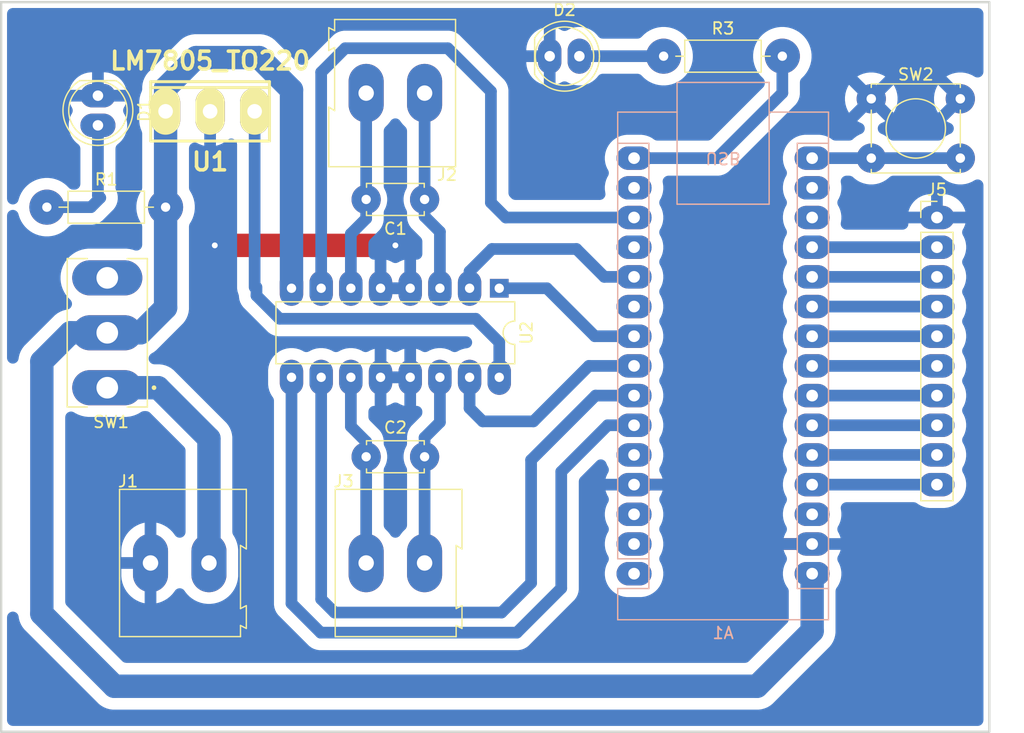
<source format=kicad_pcb>
(kicad_pcb (version 20241229) (generator "pcbnew") (generator_version "9.0")
  (layers (0 "F.Cu" signal) (2 "B.Cu" signal) (13 "F.Paste" user) (15 "B.Paste" user) (5 "F.SilkS" user "F.Silkscreen") (7 "B.SilkS" user "B.Silkscreen") (1 "F.Mask" user) (3 "B.Mask" user) (25 "Edge.Cuts" user))
  (net 0 "")
  (net 2 "5v_Arduino")
  (net 3 "Motor_A_2")
  (net 4 "Motor_B_1")
  (net 5 "Sensor_B")
  (net 7 "GND")
  (net 8 "Motor_A_1")
  (net 9 "Sensor_D")
  (net 10 "VCC")
  (net 11 "pwm_motor_B")
  (net 12 "pwm_motor_A")
  (net 15 "Sensor_A")
  (net 16 "Sensor_E")
  (net 17 "Sensor_C")
  (net 20 "Net-(D2-A)")
  (net 21 "Net-(J1-Pin_2)")
  (net 22 "Net-(J2-Pin_1)")
  (net 23 "Net-(J2-Pin_2)")
  (net 24 "Net-(J3-Pin_2)")
  (net 25 "Net-(J3-Pin_1)")
  (net 26 "+5V")
  (net 27 "Motor_B_2")
  (net 30 "Net-(A1-D12)")
  (net 31 "Sensor_H")
  (net 32 "Sensor_G")
  (net 33 "Sensor_F")
  (net 35 "Net-(D1-A)")
  (net 37 "Net-(A1-D13)")
  (footprint "TerminalBlock:TerminalBlock_Altech_AK300-2_P5.00mm" (layer "F.Cu") (at 99.5 87.05)
    (property "Reference" "J1" (at -1.92 -6.99 0) (layer "F.SilkS"))
    (property "Value" "ENTRADA")
    (fp_line (start -2.65 -6.3) (end -2.65 6.3) (stroke (width 0.12)) (layer "F.SilkS"))
    (fp_line (start -2.65 6.3) (end 7.7 6.3) (stroke (width 0.12)) (layer "F.SilkS"))
    (fp_line (start 7.7 -1.5) (end 8.2 -1.2) (stroke (width 0.12)) (layer "F.SilkS"))
    (fp_line (start 7.7 3.9) (end 7.7 -1.5) (stroke (width 0.12)) (layer "F.SilkS"))
    (fp_line (start 7.7 5.35) (end 8.2 5.6) (stroke (width 0.12)) (layer "F.SilkS"))
    (fp_line (start 7.7 6.3) (end 7.7 5.35) (stroke (width 0.12)) (layer "F.SilkS"))
    (fp_line (start 8.2 -6.3) (end -2.65 -6.3) (stroke (width 0.12)) (layer "F.SilkS"))
    (fp_line (start 8.2 -1.2) (end 8.2 -6.3) (stroke (width 0.12)) (layer "F.SilkS"))
    (fp_line (start 8.2 3.65) (end 7.7 3.9) (stroke (width 0.12)) (layer "F.SilkS"))
    (fp_line (start 8.2 3.7) (end 8.2 3.65) (stroke (width 0.12)) (layer "F.SilkS"))
    (fp_line (start 8.2 5.6) (end 8.2 3.7) (stroke (width 0.12)) (layer "F.SilkS"))
    (pad "1" thru_hole oval (at 0 0) (size 3 5) (drill 1.32) (layers "*.Cu" "*.Mask") (net 7 "GND"))
    (pad "2" thru_hole oval (at 5 0) (size 3 5) (drill 1.32) (layers "*.Cu" "*.Mask") (net 21 "Net-(J1-Pin_2)"))
  )
  (footprint "100SP1T1B4M2QE:SW_100SP1T1B4M2QE" (layer "F.Cu") (at 95.8 67.35 180)
    (property "Reference" "SW1" (at -0.325 -7.635 0) (layer "F.SilkS"))
    (property "Value" "SW_DE_ARRANQUE")
    (fp_line (start 3.43 6.35) (end 1.71 6.35) (stroke (width 0.127)) (layer "F.SilkS"))
    (fp_line (start 3.43 -6.35) (end 3.43 6.35) (stroke (width 0.127)) (layer "F.SilkS"))
    (fp_line (start 3.43 -6.35) (end 1.71 -6.35) (stroke (width 0.127)) (layer "F.SilkS"))
    (fp_line (start -1.71 6.35) (end -3.43 6.35) (stroke (width 0.127)) (layer "F.SilkS"))
    (fp_line (start -1.71 -6.35) (end -3.43 -6.35) (stroke (width 0.127)) (layer "F.SilkS"))
    (fp_line (start -3.43 6.35) (end -3.43 -6.35) (stroke (width 0.127)) (layer "F.SilkS"))
    (fp_circle (center -4 -4.7) (end -3.9 -4.7) (stroke (width 0.2)) (fill no) (layer "F.SilkS"))
    (pad "1" thru_hole oval (at 0 -4.7 180) (size 6 3) (drill 1.85) (layers "*.Cu" "*.Mask") (net 21 "Net-(J1-Pin_2)"))
    (pad "2" thru_hole oval (at 0 0 180) (size 6 3) (drill 1.85) (layers "*.Cu" "*.Mask") (net 10 "VCC"))
    (pad "3" thru_hole oval (at 0 4.7 180) (size 6 3) (drill 1.85) (layers "*.Cu" "*.Mask"))
  )
  (footprint "LED_THT:LED_D5.0mm_IRGrey" (layer "F.Cu") (at 95 47.06 -90)
    (property "Reference" "D1" (at 1.27 -3.96 90) (layer "F.SilkS"))
    (property "Value" "LED")
    (fp_line (start -1.29 -1.545) (end -1.29 1.545) (stroke (width 0.12)) (layer "F.SilkS"))
    (fp_arc (start 4.26 -0.000462) (mid 2.072002 2.880433) (end -1.29 1.54483) (stroke (width 0.12)) (layer "F.SilkS"))
    (fp_arc (start -1.29 -1.54483) (mid 2.072002 -2.880433) (end 4.26 0.000462) (stroke (width 0.12)) (layer "F.SilkS"))
    (fp_circle (center 1.27 0) (end 3.77 0) (stroke (width 0.12)) (fill no) (layer "F.SilkS"))
    (pad "1" thru_hole oval (at 0 0 270) (size 2 3) (drill 0.9) (layers "*.Cu" "*.Mask") (net 7 "GND"))
    (pad "2" thru_hole oval (at 2.54 0 270) (size 2 3) (drill 0.9) (layers "*.Cu" "*.Mask") (net 35 "Net-(D1-A)"))
  )
  (footprint "Resistor_THT:R_Axial_DIN0207_L6.3mm_D2.5mm_P10.16mm_Horizontal" (layer "F.Cu") (at 143.41 43.68)
    (property "Reference" "R3" (at 5.08 -2.37 0) (layer "F.SilkS"))
    (property "Value" "R")
    (fp_line (start 1.04 0) (end 1.81 0) (stroke (width 0.12)) (layer "F.SilkS"))
    (fp_line (start 9.12 0) (end 8.35 0) (stroke (width 0.12)) (layer "F.SilkS"))
    (fp_rect (start 1.81 -1.37) (end 8.35 1.37) (stroke (width 0.12)) (fill no) (layer "F.SilkS"))
    (pad "1" thru_hole oval (at 0 0) (size 3 3) (drill 0.8) (layers "*.Cu" "*.Mask") (net 20 "Net-(D2-A)"))
    (pad "2" thru_hole oval (at 10.16 0) (size 3 3) (drill 0.8) (layers "*.Cu" "*.Mask") (net 30 "Net-(A1-D12)"))
  )
  (footprint "Button_Switch_THT:SW_Tactile_Straight_KSA0Axx1LFTR" (layer "F.Cu") (at 161.18 47.325)
    (property "Reference" "SW2" (at 3.81 -2.08 0) (layer "F.SilkS"))
    (property "Value" "SW_DE_ARRANQUE")
    (fp_line (start 0 -1.27) (end 0 -0.97) (stroke (width 0.12)) (layer "F.SilkS"))
    (fp_line (start 0 -1.27) (end 7.62 -1.27) (stroke (width 0.12)) (layer "F.SilkS"))
    (fp_line (start 0 0.97) (end 0 4.11) (stroke (width 0.12)) (layer "F.SilkS"))
    (fp_line (start 0 6.05) (end 0 6.35) (stroke (width 0.12)) (layer "F.SilkS"))
    (fp_line (start 7.62 -1.27) (end 7.62 -0.97) (stroke (width 0.12)) (layer "F.SilkS"))
    (fp_line (start 7.62 0.97) (end 7.62 4.11) (stroke (width 0.12)) (layer "F.SilkS"))
    (fp_line (start 7.62 6.05) (end 7.62 6.35) (stroke (width 0.12)) (layer "F.SilkS"))
    (fp_line (start 7.62 6.35) (end 0 6.35) (stroke (width 0.12)) (layer "F.SilkS"))
    (fp_circle (center 3.81 2.54) (end 3.81 0) (stroke (width 0.12)) (fill no) (layer "F.SilkS"))
    (pad "1" thru_hole circle (at 0 0) (size 2.5 2.5) (drill 0.8128) (layers "*.Cu" "*.Mask") (net 7 "GND"))
    (pad "1" thru_hole circle (at 7.62 0) (size 2.5 2.5) (drill 0.8128) (layers "*.Cu" "*.Mask") (net 7 "GND"))
    (pad "2" thru_hole circle (at 0 5.08) (size 2.5 2.5) (drill 0.8128) (layers "*.Cu" "*.Mask") (net 37 "Net-(A1-D13)"))
    (pad "2" thru_hole circle (at 7.62 5.08) (size 2.5 2.5) (drill 0.8128) (layers "*.Cu" "*.Mask") (net 37 "Net-(A1-D13)"))
  )
  (footprint "LED_THT:LED_D5.0mm_IRGrey" (layer "F.Cu") (at 133.66 43.68)
    (property "Reference" "D2" (at 1.27 -3.96 0) (layer "F.SilkS"))
    (property "Value" "LED")
    (fp_line (start -1.29 -1.545) (end -1.29 1.545) (stroke (width 0.12)) (layer "F.SilkS"))
    (fp_arc (start -1.29 -1.54483) (mid 2.071779 -2.880495) (end 4.26 0) (stroke (width 0.12)) (layer "F.SilkS"))
    (fp_arc (start 4.26 0) (mid 2.071779 2.880495) (end -1.29 1.54483) (stroke (width 0.12)) (layer "F.SilkS"))
    (fp_circle (center 1.27 0) (end 3.77 0) (stroke (width 0.12)) (fill no) (layer "F.SilkS"))
    (pad "1" thru_hole oval (at 0 0) (size 2 3) (drill 0.9) (layers "*.Cu" "*.Mask") (net 7 "GND"))
    (pad "2" thru_hole oval (at 2.54 0) (size 2 3) (drill 0.9) (layers "*.Cu" "*.Mask") (net 20 "Net-(D2-A)"))
  )
  (footprint "TerminalBlock:TerminalBlock_Altech_AK300-2_P5.00mm" (layer "F.Cu") (at 122.955 46.84 180)
    (property "Reference" "J2" (at -1.92 -6.99 0) (layer "F.SilkS"))
    (property "Value" "BORNERA_MOTOR_A")
    (fp_line (start 8.2 5.6) (end 8.2 3.7) (stroke (width 0.12)) (layer "F.SilkS"))
    (fp_line (start 8.2 3.7) (end 8.2 3.65) (stroke (width 0.12)) (layer "F.SilkS"))
    (fp_line (start 8.2 3.65) (end 7.7 3.9) (stroke (width 0.12)) (layer "F.SilkS"))
    (fp_line (start 8.2 -1.2) (end 8.2 -6.3) (stroke (width 0.12)) (layer "F.SilkS"))
    (fp_line (start 8.2 -6.3) (end -2.65 -6.3) (stroke (width 0.12)) (layer "F.SilkS"))
    (fp_line (start 7.7 6.3) (end 7.7 5.35) (stroke (width 0.12)) (layer "F.SilkS"))
    (fp_line (start 7.7 5.35) (end 8.2 5.6) (stroke (width 0.12)) (layer "F.SilkS"))
    (fp_line (start 7.7 3.9) (end 7.7 -1.5) (stroke (width 0.12)) (layer "F.SilkS"))
    (fp_line (start 7.7 -1.5) (end 8.2 -1.2) (stroke (width 0.12)) (layer "F.SilkS"))
    (fp_line (start -2.65 6.3) (end 7.7 6.3) (stroke (width 0.12)) (layer "F.SilkS"))
    (fp_line (start -2.65 -6.3) (end -2.65 6.3) (stroke (width 0.12)) (layer "F.SilkS"))
    (pad "1" thru_hole oval (at 0 0 180) (size 3 5) (drill 1.32) (layers "*.Cu" "*.Mask") (net 22 "Net-(J2-Pin_1)"))
    (pad "2" thru_hole oval (at 5 0 180) (size 3 5) (drill 1.32) (layers "*.Cu" "*.Mask") (net 23 "Net-(J2-Pin_2)"))
  )
  (footprint "Capacitor_THT:C_Disc_D4.7mm_W2.5mm_P5.00mm" (layer "F.Cu") (at 122.955 55.94 180)
    (property "Reference" "C1" (at 2.5 -2.5 0) (layer "F.SilkS"))
    (property "Value" "C")
    (fp_line (start 4.97 1.04) (end 4.97 1.37) (stroke (width 0.12)) (layer "F.SilkS"))
    (fp_line (start 4.97 -1.37) (end 4.97 -1.04) (stroke (width 0.12)) (layer "F.SilkS"))
    (fp_line (start 0.03 1.37) (end 4.97 1.37) (stroke (width 0.12)) (layer "F.SilkS"))
    (fp_line (start 0.03 1.04) (end 0.03 1.37) (stroke (width 0.12)) (layer "F.SilkS"))
    (fp_line (start 0.03 -1.37) (end 4.97 -1.37) (stroke (width 0.12)) (layer "F.SilkS"))
    (fp_line (start 0.03 -1.37) (end 0.03 -1.04) (stroke (width 0.12)) (layer "F.SilkS"))
    (pad "1" thru_hole circle (at 0 0 180) (size 2.5 2.5) (drill 0.8) (layers "*.Cu" "*.Mask") (net 22 "Net-(J2-Pin_1)"))
    (pad "2" thru_hole circle (at 5 0 180) (size 2.5 2.5) (drill 0.8) (layers "*.Cu" "*.Mask") (net 23 "Net-(J2-Pin_2)"))
  )
  (footprint "Resistor_THT:R_Axial_DIN0207_L6.3mm_D2.5mm_P10.16mm_Horizontal" (layer "F.Cu") (at 90.63 56.6)
    (property "Reference" "R1" (at 5.08 -2.37 0) (layer "F.SilkS"))
    (property "Value" "R")
    (fp_line (start 1.04 0) (end 1.81 0) (stroke (width 0.12)) (layer "F.SilkS"))
    (fp_line (start 1.81 -1.37) (end 1.81 1.37) (stroke (width 0.12)) (layer "F.SilkS"))
    (fp_line (start 1.81 1.37) (end 8.35 1.37) (stroke (width 0.12)) (layer "F.SilkS"))
    (fp_line (start 8.35 -1.37) (end 1.81 -1.37) (stroke (width 0.12)) (layer "F.SilkS"))
    (fp_line (start 8.35 1.37) (end 8.35 -1.37) (stroke (width 0.12)) (layer "F.SilkS"))
    (fp_line (start 9.12 0) (end 8.35 0) (stroke (width 0.12)) (layer "F.SilkS"))
    (pad "1" thru_hole oval (at 0 0) (size 3 3) (drill 0.8) (layers "*.Cu" "*.Mask") (net 35 "Net-(D1-A)"))
    (pad "2" thru_hole oval (at 10.16 0) (size 3 3) (drill 0.8) (layers "*.Cu" "*.Mask") (net 10 "VCC"))
  )
  (footprint "Connector_PinHeader_2.54mm:PinHeader_1x10_P2.54mm_Vertical" (layer "F.Cu") (at 166.8 57.485)
    (property "Reference" "J5" (at 0 -2.38 0) (layer "F.SilkS"))
    (property "Value" "SENSORES_DE_PISO")
    (fp_line (start -1.38 -1.38) (end 0 -1.38) (stroke (width 0.12)) (layer "F.SilkS"))
    (fp_line (start -1.38 0) (end -1.38 -1.38) (stroke (width 0.12)) (layer "F.SilkS"))
    (fp_line (start -1.38 1.27) (end -1.38 24.24) (stroke (width 0.12)) (layer "F.SilkS"))
    (fp_line (start -1.38 1.27) (end 1.38 1.27) (stroke (width 0.12)) (layer "F.SilkS"))
    (fp_line (start -1.38 24.24) (end 1.38 24.24) (stroke (width 0.12)) (layer "F.SilkS"))
    (fp_line (start 1.38 1.27) (end 1.38 24.24) (stroke (width 0.12)) (layer "F.SilkS"))
    (pad "1" thru_hole oval (at 0 0) (size 3 2) (drill 1) (layers "*.Cu" "*.Mask") (net 7 "GND"))
    (pad "2" thru_hole oval (at 0 2.54) (size 3 2) (drill 1) (layers "*.Cu" "*.Mask") (net 15 "Sensor_A"))
    (pad "3" thru_hole oval (at 0 5.08) (size 3 2) (drill 1) (layers "*.Cu" "*.Mask") (net 5 "Sensor_B"))
    (pad "4" thru_hole oval (at 0 7.62) (size 3 2) (drill 1) (layers "*.Cu" "*.Mask") (net 17 "Sensor_C"))
    (pad "5" thru_hole oval (at 0 10.16) (size 3 2) (drill 1) (layers "*.Cu" "*.Mask") (net 9 "Sensor_D"))
    (pad "6" thru_hole oval (at 0 12.7) (size 3 2) (drill 1) (layers "*.Cu" "*.Mask") (net 16 "Sensor_E"))
    (pad "7" thru_hole oval (at 0 15.24) (size 3 2) (drill 1) (layers "*.Cu" "*.Mask") (net 33 "Sensor_F"))
    (pad "8" thru_hole oval (at 0 17.78) (size 3 2) (drill 1) (layers "*.Cu" "*.Mask") (net 32 "Sensor_G"))
    (pad "9" thru_hole oval (at 0 20.32) (size 3 2) (drill 1) (layers "*.Cu" "*.Mask") (net 31 "Sensor_H"))
    (pad "10" thru_hole oval (at 0 22.86) (size 3 2) (drill 1) (layers "*.Cu" "*.Mask") (net 2 "5v_Arduino"))
  )
  (footprint "Package_DIP:DIP-16_W7.62mm" (layer "F.Cu") (at 129.345 63.54 -90)
    (property "Reference" "U2" (at 3.81 -2.33 90) (layer "F.SilkS"))
    (property "Value" "INTEGRADO_L293D")
    (fp_line (start 1.16 19.11) (end 6.46 19.11) (stroke (width 0.12)) (layer "F.SilkS"))
    (fp_line (start 6.46 19.11) (end 6.46 -1.33) (stroke (width 0.12)) (layer "F.SilkS"))
    (fp_line (start 1.16 -1.33) (end 1.16 19.11) (stroke (width 0.12)) (layer "F.SilkS"))
    (fp_line (start 2.81 -1.33) (end 1.16 -1.33) (stroke (width 0.12)) (layer "F.SilkS"))
    (fp_line (start 6.46 -1.33) (end 4.81 -1.33) (stroke (width 0.12)) (layer "F.SilkS"))
    (fp_arc (start 4.81 -1.33) (mid 3.81 -0.33) (end 2.81 -1.33) (stroke (width 0.12)) (layer "F.SilkS"))
    (pad "1" thru_hole rect (at 0 0 270) (size 1.6 1.6) (drill 0.8) (layers "*.Cu" "*.Mask") (net 12 "pwm_motor_A"))
    (pad "2" thru_hole oval (at 0 2.54 270) (size 3 2) (drill 0.8) (layers "*.Cu" "*.Mask") (net 8 "Motor_A_1"))
    (pad "3" thru_hole oval (at 0 5.08 270) (size 3 2) (drill 0.8) (layers "*.Cu" "*.Mask") (net 22 "Net-(J2-Pin_1)"))
    (pad "4" thru_hole oval (at 0 7.62 270) (size 3 2) (drill 0.8) (layers "*.Cu" "*.Mask") (net 7 "GND"))
    (pad "5" thru_hole oval (at 0 10.16 270) (size 3 2) (drill 0.8) (layers "*.Cu" "*.Mask") (net 7 "GND"))
    (pad "6" thru_hole oval (at 0 12.7 270) (size 3 2) (drill 0.8) (layers "*.Cu" "*.Mask") (net 23 "Net-(J2-Pin_2)"))
    (pad "7" thru_hole oval (at 0 15.24 270) (size 3 2) (drill 0.8) (layers "*.Cu" "*.Mask") (net 3 "Motor_A_2"))
    (pad "8" thru_hole oval (at 0 17.78 270) (size 3 2) (drill 0.8) (layers "*.Cu" "*.Mask") (net 10 "VCC"))
    (pad "9" thru_hole oval (at 7.62 17.78 270) (size 3 2) (drill 0.8) (layers "*.Cu" "*.Mask") (net 11 "pwm_motor_B"))
    (pad "10" thru_hole oval (at 7.62 15.24 270) (size 3 2) (drill 0.8) (layers "*.Cu" "*.Mask") (net 4 "Motor_B_1"))
    (pad "11" thru_hole oval (at 7.62 12.7 270) (size 3 2) (drill 0.8) (layers "*.Cu" "*.Mask") (net 25 "Net-(J3-Pin_1)"))
    (pad "12" thru_hole oval (at 7.62 10.16 270) (size 3 2) (drill 0.8) (layers "*.Cu" "*.Mask") (net 7 "GND"))
    (pad "13" thru_hole oval (at 7.62 7.62 270) (size 3 2) (drill 0.8) (layers "*.Cu" "*.Mask") (net 7 "GND"))
    (pad "14" thru_hole oval (at 7.62 5.08 270) (size 3 2) (drill 0.8) (layers "*.Cu" "*.Mask") (net 24 "Net-(J3-Pin_2)"))
    (pad "15" thru_hole oval (at 7.62 2.54 270) (size 3 2) (drill 0.8) (layers "*.Cu" "*.Mask") (net 27 "Motor_B_2"))
    (pad "16" thru_hole oval (at 7.62 0 270) (size 3 2) (drill 0.8) (layers "*.Cu" "*.Mask") (net 26 "+5V"))
  )
  (footprint "EESTN5:TO-220-2" (layer "F.Cu") (at 104.6 48.4)
    (property "Reference" "U1" (at 0 4.318 0) (layer "F.SilkS") (effects (font (size 1.524 1.524) (thickness 0.3048))))
    (property "Value" "LM7805_TO220" (at 0 -4.318 0) (layer "F.SilkS") (effects (font (size 1.524 1.524) (thickness 0.3048))))
    (fp_line (start -5.08 -2.54) (end -5.08 -1.27) (stroke (width 0.254)) (layer "F.SilkS"))
    (fp_line (start -5.08 -2.032) (end 5.08 -2.032) (stroke (width 0.254)) (layer "F.SilkS"))
    (fp_line (start -5.08 -1.27) (end -5.08 2.54) (stroke (width 0.254)) (layer "F.SilkS"))
    (fp_line (start -5.08 2.54) (end 5.08 2.54) (stroke (width 0.254)) (layer "F.SilkS"))
    (fp_line (start 5.08 -2.54) (end -5.08 -2.54) (stroke (width 0.254)) (layer "F.SilkS"))
    (fp_line (start 5.08 2.54) (end 5.08 -2.54) (stroke (width 0.254)) (layer "F.SilkS"))
    (pad "1" thru_hole oval (at -3.81 0) (size 2.5 4) (drill 1.24968) (layers "*.Cu" "*.Mask" "F.SilkS") (net 10 "VCC"))
    (pad "2" thru_hole oval (at 0 0) (size 2.5 4) (drill 1.24968) (layers "*.Cu" "*.Mask" "F.SilkS") (net 7 "GND"))
    (pad "3" thru_hole oval (at 3.81 0) (size 2.5 4) (drill 1.24968) (layers "*.Cu" "*.Mask" "F.SilkS") (net 26 "+5V"))
  )
  (footprint "TerminalBlock:TerminalBlock_Altech_AK300-2_P5.00mm" (layer "F.Cu") (at 117.955 87.05)
    (property "Reference" "J3" (at -1.92 -6.99 0) (layer "F.SilkS"))
    (property "Value" "BORNERA_MOTOR_B")
    (fp_line (start -2.65 -6.3) (end -2.65 6.3) (stroke (width 0.12)) (layer "F.SilkS"))
    (fp_line (start -2.65 6.3) (end 7.7 6.3) (stroke (width 0.12)) (layer "F.SilkS"))
    (fp_line (start 7.7 -1.5) (end 8.2 -1.2) (stroke (width 0.12)) (layer "F.SilkS"))
    (fp_line (start 7.7 3.9) (end 7.7 -1.5) (stroke (width 0.12)) (layer "F.SilkS"))
    (fp_line (start 7.7 5.35) (end 8.2 5.6) (stroke (width 0.12)) (layer "F.SilkS"))
    (fp_line (start 7.7 6.3) (end 7.7 5.35) (stroke (width 0.12)) (layer "F.SilkS"))
    (fp_line (start 8.2 -6.3) (end -2.65 -6.3) (stroke (width 0.12)) (layer "F.SilkS"))
    (fp_line (start 8.2 -1.2) (end 8.2 -6.3) (stroke (width 0.12)) (layer "F.SilkS"))
    (fp_line (start 8.2 3.65) (end 7.7 3.9) (stroke (width 0.12)) (layer "F.SilkS"))
    (fp_line (start 8.2 3.7) (end 8.2 3.65) (stroke (width 0.12)) (layer "F.SilkS"))
    (fp_line (start 8.2 5.6) (end 8.2 3.7) (stroke (width 0.12)) (layer "F.SilkS"))
    (pad "1" thru_hole oval (at 0 0) (size 3 5) (drill 1.32) (layers "*.Cu" "*.Mask") (net 25 "Net-(J3-Pin_1)"))
    (pad "2" thru_hole oval (at 5 0) (size 3 5) (drill 1.32) (layers "*.Cu" "*.Mask") (net 24 "Net-(J3-Pin_2)"))
  )
  (footprint "Capacitor_THT:C_Disc_D4.7mm_W2.5mm_P5.00mm" (layer "F.Cu") (at 117.955 77.96)
    (property "Reference" "C2" (at 2.5 -2.5 0) (layer "F.SilkS"))
    (property "Value" "C")
    (fp_line (start 0.03 -1.37) (end 0.03 -1.04) (stroke (width 0.12)) (layer "F.SilkS"))
    (fp_line (start 0.03 -1.37) (end 4.97 -1.37) (stroke (width 0.12)) (layer "F.SilkS"))
    (fp_line (start 0.03 1.04) (end 0.03 1.37) (stroke (width 0.12)) (layer "F.SilkS"))
    (fp_line (start 0.03 1.37) (end 4.97 1.37) (stroke (width 0.12)) (layer "F.SilkS"))
    (fp_line (start 4.97 -1.37) (end 4.97 -1.04) (stroke (width 0.12)) (layer "F.SilkS"))
    (fp_line (start 4.97 1.04) (end 4.97 1.37) (stroke (width 0.12)) (layer "F.SilkS"))
    (pad "1" thru_hole circle (at 0 0) (size 2.5 2.5) (drill 0.8) (layers "*.Cu" "*.Mask") (net 25 "Net-(J3-Pin_1)"))
    (pad "2" thru_hole circle (at 5 0) (size 2.5 2.5) (drill 0.8) (layers "*.Cu" "*.Mask") (net 24 "Net-(J3-Pin_2)"))
  )
  (footprint "Module:Arduino_Nano" (layer "B.Cu") (at 140.88 87.965)
    (property "Reference" "A1" (at 7.62 5.08 0) (layer "B.SilkS") (effects (justify mirror)))
    (property "Value" "ARDUINO_NANO")
    (fp_line (start -1.4 -39.5) (end 3.68 -39.5) (stroke (width 0.12)) (layer "B.SilkS"))
    (fp_line (start -1.4 -1.27) (end -1.4 -39.5) (stroke (width 0.12)) (layer "B.SilkS"))
    (fp_line (start -1.4 3.94) (end -1.4 1.27) (stroke (width 0.12)) (layer "B.SilkS"))
    (fp_line (start 1.27 -36.83) (end -1.4 -36.83) (stroke (width 0.12)) (layer "B.SilkS"))
    (fp_line (start 1.27 -1.27) (end -1.4 -1.27) (stroke (width 0.12)) (layer "B.SilkS"))
    (fp_line (start 1.27 -1.27) (end 1.27 -36.83) (stroke (width 0.12)) (layer "B.SilkS"))
    (fp_line (start 1.27 -1.27) (end 1.27 1.27) (stroke (width 0.12)) (layer "B.SilkS"))
    (fp_line (start 1.27 1.27) (end -1.4 1.27) (stroke (width 0.12)) (layer "B.SilkS"))
    (fp_line (start 3.68 -42.04) (end 3.68 -31.62) (stroke (width 0.12)) (layer "B.SilkS"))
    (fp_line (start 3.68 -31.62) (end 11.56 -31.62) (stroke (width 0.12)) (layer "B.SilkS"))
    (fp_line (start 11.56 -42.04) (end 3.68 -42.04) (stroke (width 0.12)) (layer "B.SilkS"))
    (fp_line (start 11.56 -31.62) (end 11.56 -42.04) (stroke (width 0.12)) (layer "B.SilkS"))
    (fp_line (start 13.97 -36.83) (end 16.64 -36.83) (stroke (width 0.12)) (layer "B.SilkS"))
    (fp_line (start 13.97 1.27) (end 13.97 -36.83) (stroke (width 0.12)) (layer "B.SilkS"))
    (fp_line (start 13.97 1.27) (end 16.64 1.27) (stroke (width 0.12)) (layer "B.SilkS"))
    (fp_line (start 16.64 -39.5) (end 11.56 -39.5) (stroke (width 0.12)) (layer "B.SilkS"))
    (fp_line (start 16.64 -39.5) (end 16.64 3.94) (stroke (width 0.12)) (layer "B.SilkS"))
    (fp_line (start 16.64 3.94) (end -1.4 3.94) (stroke (width 0.12)) (layer "B.SilkS"))
    (fp_text user "USB" (at 7.62 -35.56 180) (layer "B.SilkS") (effects (justify mirror)))
    (pad "1" thru_hole oval (at 0 0) (size 3 2) (drill 1) (layers "*.Cu" "*.Mask"))
    (pad "2" thru_hole oval (at 0 -2.54) (size 3 2) (drill 1) (layers "*.Cu" "*.Mask"))
    (pad "3" thru_hole oval (at 0 -5.08) (size 3 2) (drill 1) (layers "*.Cu" "*.Mask"))
    (pad "4" thru_hole oval (at 0 -7.62) (size 3 2) (drill 1) (layers "*.Cu" "*.Mask") (net 7 "GND"))
    (pad "5" thru_hole oval (at 0 -10.16) (size 3 2) (drill 1) (layers "*.Cu" "*.Mask"))
    (pad "6" thru_hole oval (at 0 -12.7) (size 3 2) (drill 1) (layers "*.Cu" "*.Mask") (net 11 "pwm_motor_B"))
    (pad "7" thru_hole oval (at 0 -15.24) (size 3 2) (drill 1) (layers "*.Cu" "*.Mask") (net 4 "Motor_B_1"))
    (pad "8" thru_hole oval (at 0 -17.78) (size 3 2) (drill 1) (layers "*.Cu" "*.Mask") (net 27 "Motor_B_2"))
    (pad "9" thru_hole oval (at 0 -20.32) (size 3 2) (drill 1) (layers "*.Cu" "*.Mask") (net 12 "pwm_motor_A"))
    (pad "10" thru_hole oval (at 0 -22.86) (size 3 2) (drill 1) (layers "*.Cu" "*.Mask"))
    (pad "11" thru_hole oval (at 0 -25.4) (size 3 2) (drill 1) (layers "*.Cu" "*.Mask") (net 8 "Motor_A_1"))
    (pad "12" thru_hole oval (at 0 -27.94) (size 3 2) (drill 1) (layers "*.Cu" "*.Mask"))
    (pad "13" thru_hole oval (at 0 -30.48) (size 3 2) (drill 1) (layers "*.Cu" "*.Mask") (net 3 "Motor_A_2"))
    (pad "14" thru_hole oval (at 0 -33.02) (size 3 2) (drill 1) (layers "*.Cu" "*.Mask"))
    (pad "15" thru_hole oval (at 0 -35.56) (size 3 2) (drill 1) (layers "*.Cu" "*.Mask") (net 30 "Net-(A1-D12)"))
    (pad "16" thru_hole oval (at 15.24 -35.56) (size 3 2) (drill 1) (layers "*.Cu" "*.Mask") (net 37 "Net-(A1-D13)"))
    (pad "17" thru_hole oval (at 15.24 -33.02) (size 3 2) (drill 1) (layers "*.Cu" "*.Mask"))
    (pad "18" thru_hole oval (at 15.24 -30.48) (size 3 2) (drill 1) (layers "*.Cu" "*.Mask"))
    (pad "19" thru_hole oval (at 15.24 -27.94) (size 3 2) (drill 1) (layers "*.Cu" "*.Mask") (net 15 "Sensor_A"))
    (pad "20" thru_hole oval (at 15.24 -25.4) (size 3 2) (drill 1) (layers "*.Cu" "*.Mask") (net 5 "Sensor_B"))
    (pad "21" thru_hole oval (at 15.24 -22.86) (size 3 2) (drill 1) (layers "*.Cu" "*.Mask") (net 17 "Sensor_C"))
    (pad "22" thru_hole oval (at 15.24 -20.32) (size 3 2) (drill 1) (layers "*.Cu" "*.Mask") (net 9 "Sensor_D"))
    (pad "23" thru_hole oval (at 15.24 -17.78) (size 3 2) (drill 1) (layers "*.Cu" "*.Mask") (net 16 "Sensor_E"))
    (pad "24" thru_hole oval (at 15.24 -15.24) (size 3 2) (drill 1) (layers "*.Cu" "*.Mask") (net 33 "Sensor_F"))
    (pad "25" thru_hole oval (at 15.24 -12.7) (size 3 2) (drill 1) (layers "*.Cu" "*.Mask") (net 32 "Sensor_G"))
    (pad "26" thru_hole oval (at 15.24 -10.16) (size 3 2) (drill 1) (layers "*.Cu" "*.Mask") (net 31 "Sensor_H"))
    (pad "27" thru_hole oval (at 15.24 -7.62) (size 3 2) (drill 1) (layers "*.Cu" "*.Mask") (net 2 "5v_Arduino"))
    (pad "28" thru_hole oval (at 15.24 -5.08) (size 3 2) (drill 1) (layers "*.Cu" "*.Mask"))
    (pad "29" thru_hole oval (at 15.24 -2.54) (size 3 2) (drill 1) (layers "*.Cu" "*.Mask") (net 7 "GND"))
    (pad "30" thru_hole oval (at 15.24 0) (size 3 2) (drill 1) (layers "*.Cu" "*.Mask") (net 10 "VCC"))
  )
  (gr_rect (start 86.72 39.055) (end 171.28 101.495) (stroke (width 0.2)) (fill no) (layer "Edge.Cuts"))
  (segment (start 166.8 80.345) (end 156.12 80.345) (width 1) (layer "B.Cu") (net 2))
  (segment (start 129.905 57.485) (end 128.63 56.21) (width 1) (layer "B.Cu") (net 3))
  (segment (start 140.88 57.485) (end 129.905 57.485) (width 1) (layer "B.Cu") (net 3))
  (segment (start 124.94 43) (end 116.16 43) (width 1) (layer "B.Cu") (net 3))
  (segment (start 128.63 56.21) (end 128.63 46.69) (width 1) (layer "B.Cu") (net 3))
  (segment (start 116.16 43) (end 114.105 45.055) (width 1) (layer "B.Cu") (net 3))
  (segment (start 114.105 45.055) (end 114.105 63.54) (width 1) (layer "B.Cu") (net 3))
  (segment (start 128.63 46.69) (end 124.94 43) (width 1) (layer "B.Cu") (net 3))
  (segment (start 132.07 78.24) (end 137.585 72.725) (width 1) (layer "B.Cu") (net 4))
  (segment (start 114.105 90.145) (end 115.25 91.29) (width 1) (layer "B.Cu") (net 4))
  (segment (start 129.54 91.29) (end 132.07 88.76) (width 1) (layer "B.Cu") (net 4))
  (segment (start 115.25 91.29) (end 129.54 91.29) (width 1) (layer "B.Cu") (net 4))
  (segment (start 114.105 71.16) (end 114.105 90.145) (width 1) (layer "B.Cu") (net 4))
  (segment (start 137.585 72.725) (end 140.88 72.725) (width 1) (layer "B.Cu") (net 4))
  (segment (start 132.07 88.76) (end 132.07 78.24) (width 1) (layer "B.Cu") (net 4))
  (segment (start 156.12 62.565) (end 166.8 62.565) (width 1) (layer "B.Cu") (net 5))
  (segment (start 156.12 85.425) (end 149.325 85.425) (width 1) (layer "F.Cu") (net 7))
  (segment (start 144.245 80.345) (end 140.88 80.345) (width 1) (layer "F.Cu") (net 7))
  (segment (start 149.325 85.425) (end 144.245 80.345) (width 1) (layer "F.Cu") (net 7))
  (segment (start 105 59.87) (end 120.455 59.87) (width 2) (layer "F.Cu") (net 7))
  (via (at 105 59.87) (size 2) (drill 0.5) (layers "F.Cu" "B.Cu") (net 7))
  (via (at 120.455 59.87) (size 2) (drill 0.5) (layers "F.Cu" "B.Cu") (net 7))
  (segment (start 121.725 63.54) (end 119.185 63.54) (width 1) (layer "B.Cu") (net 7))
  (segment (start 119.185 71.16) (end 121.725 71.16) (width 1) (layer "B.Cu") (net 7))
  (segment (start 128.72 60.18) (end 135.95 60.18) (width 1) (layer "B.Cu") (net 8))
  (segment (start 126.805 62.095) (end 128.72 60.18) (width 1) (layer "B.Cu") (net 8))
  (segment (start 135.95 60.18) (end 138.335 62.565) (width 1) (layer "B.Cu") (net 8))
  (segment (start 138.335 62.565) (end 140.88 62.565) (width 1) (layer "B.Cu") (net 8))
  (segment (start 126.805 63.54) (end 126.805 62.095) (width 1) (layer "B.Cu") (net 8))
  (segment (start 156.12 67.645) (end 166.8 67.645) (width 1) (layer "B.Cu") (net 9))
  (segment (start 151.4 97.6) (end 96.4 97.6) (width 2) (layer "B.Cu") (net 10))
  (segment (start 95.8 67.35) (end 98.65 67.35) (width 2) (layer "B.Cu") (net 10))
  (segment (start 100.79 65.21) (end 100.79 56.6) (width 2) (layer "B.Cu") (net 10))
  (segment (start 92.65 67.35) (end 95.8 67.35) (width 2) (layer "B.Cu") (net 10))
  (segment (start 100.79 46.41) (end 103.4 43.8) (width 2) (layer "B.Cu") (net 10))
  (segment (start 103.4 43.8) (end 108.8 43.8) (width 2) (layer "B.Cu") (net 10))
  (segment (start 98.65 67.35) (end 100.79 65.21) (width 2) (layer "B.Cu") (net 10))
  (segment (start 111.565 46.565) (end 111.565 63.54) (width 2) (layer "B.Cu") (net 10))
  (segment (start 156.12 92.88) (end 151.4 97.6) (width 2) (layer "B.Cu") (net 10))
  (segment (start 100.79 56.6) (end 100.79 48.4) (width 2) (layer "B.Cu") (net 10))
  (segment (start 108.8 43.8) (end 111.565 46.565) (width 2) (layer "B.Cu") (net 10))
  (segment (start 156.12 87.965) (end 156.12 92.88) (width 2) (layer "B.Cu") (net 10))
  (segment (start 100.79 48.4) (end 100.79 46.41) (width 2) (layer "B.Cu") (net 10))
  (segment (start 90.2 69.8) (end 92.65 67.35) (width 2) (layer "B.Cu") (net 10))
  (segment (start 90.2 91.4) (end 90.2 69.8) (width 2) (layer "B.Cu") (net 10))
  (segment (start 96.4 97.6) (end 90.2 91.4) (width 2) (layer "B.Cu") (net 10))
  (segment (start 111.565 90.515) (end 114.06 93.01) (width 1) (layer "B.Cu") (net 11))
  (segment (start 134.65 89.21) (end 134.65 79.24) (width 1) (layer "B.Cu") (net 11))
  (segment (start 130.85 93.01) (end 134.65 89.21) (width 1) (layer "B.Cu") (net 11))
  (segment (start 134.65 79.24) (end 138.625 75.265) (width 1) (layer "B.Cu") (net 11))
  (segment (start 114.06 93.01) (end 130.85 93.01) (width 1) (layer "B.Cu") (net 11))
  (segment (start 111.565 71.16) (end 111.565 90.515) (width 1) (layer "B.Cu") (net 11))
  (segment (start 138.625 75.265) (end 140.88 75.265) (width 1) (layer "B.Cu") (net 11))
  (segment (start 137.525 67.645) (end 140.88 67.645) (width 1) (layer "B.Cu") (net 12))
  (segment (start 129.345 63.54) (end 133.42 63.54) (width 1) (layer "B.Cu") (net 12))
  (segment (start 133.42 63.54) (end 137.525 67.645) (width 1) (layer "B.Cu") (net 12))
  (segment (start 166.8 60.025) (end 156.12 60.025) (width 1) (layer "B.Cu") (net 15))
  (segment (start 166.8 70.185) (end 156.12 70.185) (width 1) (layer "B.Cu") (net 16))
  (segment (start 166.8 65.105) (end 156.12 65.105) (width 1) (layer "B.Cu") (net 17))
  (segment (start 136.2 43.68) (end 143.41 43.68) (width 1) (layer "B.Cu") (net 20))
  (segment (start 104.5 76.4) (end 104.5 87.05) (width 2) (layer "B.Cu") (net 21))
  (segment (start 95.8 72.05) (end 100.15 72.05) (width 2) (layer "B.Cu") (net 21))
  (segment (start 100.15 72.05) (end 104.5 76.4) (width 2) (layer "B.Cu") (net 21))
  (segment (start 124.265 63.54) (end 124.265 58.705) (width 1) (layer "B.Cu") (net 22))
  (segment (start 122.955 55.94) (end 122.955 57.395) (width 1) (layer "B.Cu") (net 22))
  (segment (start 122.955 57.395) (end 124.265 58.705) (width 1) (layer "B.Cu") (net 22))
  (segment (start 122.955 55.94) (end 122.955 46.84) (width 1) (layer "B.Cu") (net 22))
  (segment (start 117.955 55.94) (end 117.955 57.575) (width 1) (layer "B.Cu") (net 23))
  (segment (start 116.645 58.885) (end 116.645 63.54) (width 1) (layer "B.Cu") (net 23))
  (segment (start 117.955 55.94) (end 117.955 46.84) (width 1) (layer "B.Cu") (net 23))
  (segment (start 117.955 57.575) (end 116.645 58.885) (width 1) (layer "B.Cu") (net 23))
  (segment (start 124.265 75.005) (end 122.955 76.315) (width 1) (layer "B.Cu") (net 24))
  (segment (start 122.955 77.96) (end 122.955 87.05) (width 1) (layer "B.Cu") (net 24))
  (segment (start 124.265 71.16) (end 124.265 75.005) (width 1) (layer "B.Cu") (net 24))
  (segment (start 122.955 76.315) (end 122.955 77.96) (width 1) (layer "B.Cu") (net 24))
  (segment (start 117.955 77.96) (end 117.955 87.05) (width 1) (layer "B.Cu") (net 25))
  (segment (start 116.645 71.16) (end 116.645 75.365) (width 1) (layer "B.Cu") (net 25))
  (segment (start 117.955 76.675) (end 117.955 77.96) (width 1) (layer "B.Cu") (net 25))
  (segment (start 116.645 75.365) (end 117.955 76.675) (width 1) (layer "B.Cu") (net 25))
  (segment (start 110.55 66.15) (end 127.33 66.15) (width 1) (layer "B.Cu") (net 26))
  (segment (start 108.57 64.17) (end 110.55 66.15) (width 1) (layer "B.Cu") (net 26))
  (segment (start 129.345 68.165) (end 129.345 71.16) (width 1) (layer "B.Cu") (net 26))
  (segment (start 108.57 63.45) (end 108.57 64.17) (width 1) (layer "B.Cu") (net 26))
  (segment (start 108.41 48.41) (end 108.41 63.45) (width 1) (layer "B.Cu") (net 26))
  (segment (start 127.33 66.15) (end 129.345 68.165) (width 1) (layer "B.Cu") (net 26))
  (segment (start 132.27 74.93) (end 137.015 70.185) (width 1) (layer "B.Cu") (net 27))
  (segment (start 126.805 73.805) (end 127.93 74.93) (width 1) (layer "B.Cu") (net 27))
  (segment (start 127.93 74.93) (end 132.27 74.93) (width 1) (layer "B.Cu") (net 27))
  (segment (start 126.805 71.16) (end 126.805 73.805) (width 1) (layer "B.Cu") (net 27))
  (segment (start 137.015 70.185) (end 140.88 70.185) (width 1) (layer "B.Cu") (net 27))
  (segment (start 153.57 46.83) (end 153.57 43.68) (width 1) (layer "B.Cu") (net 30))
  (segment (start 140.88 52.405) (end 147.995 52.405) (width 1) (layer "B.Cu") (net 30))
  (segment (start 147.995 52.405) (end 153.57 46.83) (width 1) (layer "B.Cu") (net 30))
  (segment (start 156.12 77.805) (end 166.8 77.805) (width 1) (layer "B.Cu") (net 31))
  (segment (start 166.8 75.265) (end 156.12 75.265) (width 1) (layer "B.Cu") (net 32))
  (segment (start 156.12 72.725) (end 166.8 72.725) (width 1) (layer "B.Cu") (net 33))
  (segment (start 95.2 55.8) (end 95 55.6) (width 1) (layer "B.Cu") (net 35))
  (segment (start 90.63 56.6) (end 94.4 56.6) (width 1) (layer "B.Cu") (net 35))
  (segment (start 95 55.6) (end 95 49.6) (width 1) (layer "B.Cu") (net 35))
  (segment (start 94.4 56.6) (end 95.2 55.8) (width 1) (layer "B.Cu") (net 35))
  (segment (start 156.12 52.405) (end 161.18 52.405) (width 1) (layer "B.Cu") (net 37))
  (segment (start 161.18 52.405) (end 168.8 52.405) (width 1) (layer "B.Cu") (net 37))
  (zone (net 7) (net_name "GND") (layer "B.Cu") (connect_pads (clearance 1)) (min_thickness 1) (fill yes (thermal_gap 1) (thermal_bridge_width 1))
    (polygon (pts (xy 171.45 39.055) (xy 171.45 101.495) (xy 86.72 101.495) (xy 86.72 39.055)))
  )
)
</source>
